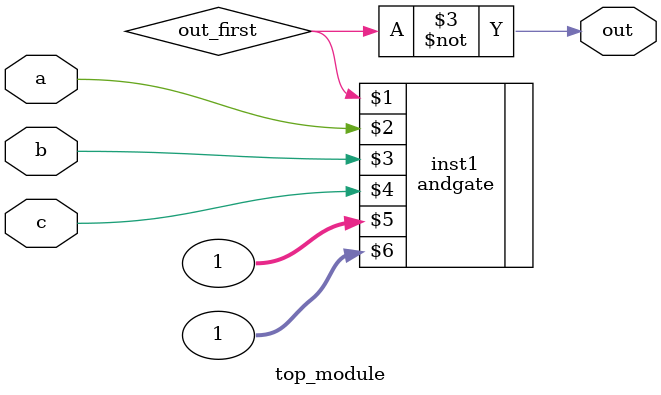
<source format=v>
module top_module (input a, input b, input c, output out);//
	wire out_first;
    andgate inst1 ( out_first, a, b, c,1,1 );
    assign out= ~out_first;

endmodule

</source>
